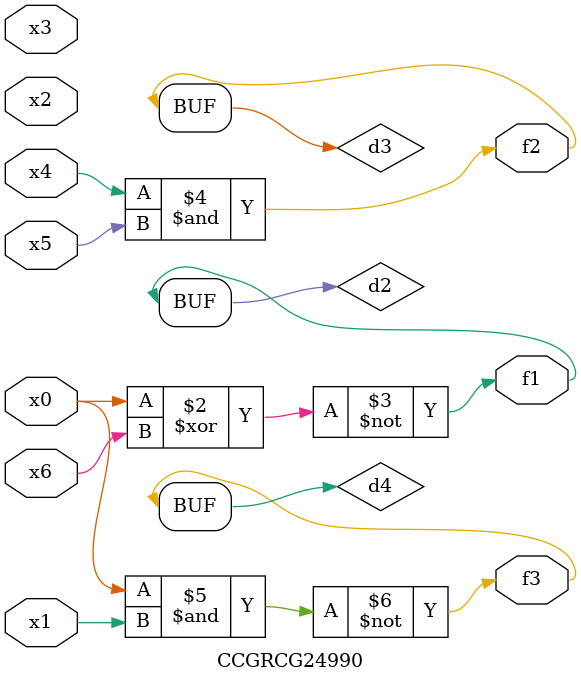
<source format=v>
module CCGRCG24990(
	input x0, x1, x2, x3, x4, x5, x6,
	output f1, f2, f3
);

	wire d1, d2, d3, d4;

	nor (d1, x0);
	xnor (d2, x0, x6);
	and (d3, x4, x5);
	nand (d4, x0, x1);
	assign f1 = d2;
	assign f2 = d3;
	assign f3 = d4;
endmodule

</source>
